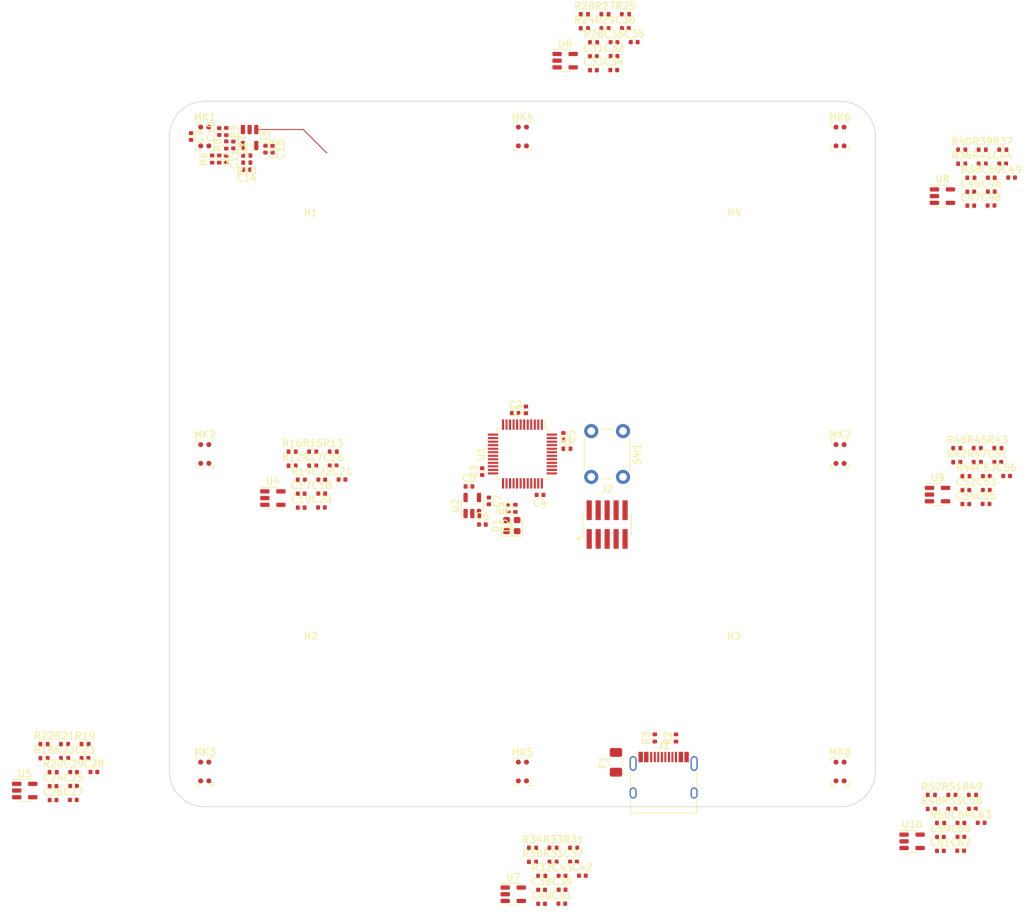
<source format=kicad_pcb>
(kicad_pcb (version 20210126) (generator pcbnew)
  (layers (0 "F.Cu" signal) (31 "B.Cu" signal) (34 "B.Paste" user) (35 "F.Paste" user) (36 "B.SilkS" user "B.Silkscreen") (37 "F.SilkS" user "F.Silkscreen") (38 "B.Mask" user) (39 "F.Mask" user) (44 "Edge.Cuts" user))
  (net 0 "")
  (net 1 "GND")
  (net 2 "/NRST")
  (net 3 "+3V3")
  (net 4 "VBUS")
  (net 5 "Net-(C7-Pad1)")
  (net 6 "Net-(C10-Pad2)")
  (net 7 "Net-(C10-Pad1)")
  (net 8 "Net-(C11-Pad1)")
  (net 9 "Net-(C12-Pad1)")
  (net 10 "Net-(C14-Pad1)")
  (net 11 "Net-(C17-Pad2)")
  (net 12 "Net-(C17-Pad1)")
  (net 13 "Net-(C18-Pad1)")
  (net 14 "Net-(C19-Pad1)")
  (net 15 "Net-(C21-Pad1)")
  (net 16 "Net-(C24-Pad2)")
  (net 17 "Net-(C24-Pad1)")
  (net 18 "Net-(C25-Pad1)")
  (net 19 "Net-(C26-Pad1)")
  (net 20 "Net-(C28-Pad1)")
  (net 21 "Net-(C31-Pad2)")
  (net 22 "Net-(C31-Pad1)")
  (net 23 "Net-(C32-Pad1)")
  (net 24 "Net-(C33-Pad1)")
  (net 25 "Net-(C35-Pad1)")
  (net 26 "Net-(C38-Pad2)")
  (net 27 "Net-(C38-Pad1)")
  (net 28 "Net-(C39-Pad1)")
  (net 29 "Net-(C40-Pad1)")
  (net 30 "Net-(C42-Pad1)")
  (net 31 "Net-(C45-Pad2)")
  (net 32 "Net-(C45-Pad1)")
  (net 33 "Net-(C46-Pad1)")
  (net 34 "Net-(C47-Pad1)")
  (net 35 "Net-(C49-Pad1)")
  (net 36 "Net-(C52-Pad2)")
  (net 37 "Net-(C52-Pad1)")
  (net 38 "Net-(C53-Pad1)")
  (net 39 "Net-(C54-Pad1)")
  (net 40 "Net-(C56-Pad1)")
  (net 41 "Net-(C59-Pad2)")
  (net 42 "Net-(C59-Pad1)")
  (net 43 "Net-(C60-Pad1)")
  (net 44 "Net-(C61-Pad1)")
  (net 45 "Net-(C63-Pad1)")
  (net 46 "Net-(D1-Pad2)")
  (net 47 "Net-(D2-Pad2)")
  (net 48 "Net-(F1-Pad1)")
  (net 49 "/USB_D-")
  (net 50 "/USB_D+")
  (net 51 "Net-(J1-PadB5)")
  (net 52 "Net-(J1-PadA5)")
  (net 53 "/SWCLK")
  (net 54 "/SWDIO")
  (net 55 "Net-(R1-Pad1)")
  (net 56 "/LED_RED")
  (net 57 "/LED_GREEN")
  (net 58 "Net-(R10-Pad2)")
  (net 59 "/MIC1")
  (net 60 "Net-(R16-Pad2)")
  (net 61 "/MIC2")
  (net 62 "Net-(R22-Pad2)")
  (net 63 "/MIC3")
  (net 64 "Net-(R28-Pad2)")
  (net 65 "/MIC4")
  (net 66 "Net-(R34-Pad2)")
  (net 67 "/MIC5")
  (net 68 "Net-(R40-Pad2)")
  (net 69 "/MIC6")
  (net 70 "Net-(R46-Pad2)")
  (net 71 "/MIC7")
  (net 72 "Net-(R52-Pad2)")
  (net 73 "/MIC8")
  (net 74 "/BTN_USER")
  (footprint "LED_SMD:LED_0603_1608Metric" (layer "F.Cu") (at 149.25 110.15 90)
    (fp_text reference "D2")
    (fp_text value "LED_Green")
  )
  (footprint "User:AllPower_AP3722AT_3.76x2.24mm" (layer "F.Cu") (at 195 145)
    (fp_text reference "MK8")
    (fp_text value "AP3722AT")
  )
  (footprint "Resistor_SMD:R_0402_1005Metric" (layer "F.Cu") (at 151.43 155.82)
    (fp_text reference "R34")
    (fp_text value "1k")
  )
  (footprint "Capacitor_SMD:C_0402_1005Metric" (layer "F.Cu") (at 213.73 150.3)
    (fp_text reference "C58")
    (fp_text value "100n")
  )
  (footprint "Resistor_SMD:R_0402_1005Metric" (layer "F.Cu") (at 209.23 152.3)
    (fp_text reference "R50")
    (fp_text value "1M")
  )
  (footprint "Resistor_SMD:R_0402_1005Metric" (layer "F.Cu") (at 156.3 99.25)
    (fp_text reference "R1")
    (fp_text value "10k")
  )
  (footprint "Resistor_SMD:R_0402_1005Metric" (layer "F.Cu") (at 85.14 141.12)
    (fp_text reference "R21")
    (fp_text value "1Meg")
  )
  (footprint "Resistor_SMD:R_0402_1005Metric" (layer "F.Cu") (at 212.23 56.87)
    (fp_text reference "R40")
    (fp_text value "1k")
  )
  (footprint "Package_TO_SOT_SMD:SOT-23-5" (layer "F.Cu") (at 114.65 106.25)
    (fp_text reference "U4")
    (fp_text value "LMP7715")
  )
  (footprint "MountingHole:MountingHole_3.2mm_M3" (layer "F.Cu") (at 120 70)
    (fp_text reference "H1")
    (fp_text value "MountingHole")
  )
  (footprint "Resistor_SMD:R_0402_1005Metric" (layer "F.Cu") (at 160.08 41.65)
    (fp_text reference "R26")
    (fp_text value "1M")
  )
  (footprint "Capacitor_SMD:C_0402_1005Metric" (layer "F.Cu") (at 145.25 106.65 -90)
    (fp_text reference "C7")
    (fp_text value "470p")
  )
  (footprint "User:Samtec_FTSH-105-01-L-DV-K" (layer "F.Cu") (at 162 110)
    (fp_text reference "J2")
    (fp_text value "Conn_ARM_JTAG_SWD_10")
  )
  (footprint "Resistor_SMD:R_0402_1005Metric" (layer "F.Cu") (at 210.84 148.32)
    (fp_text reference "R51")
    (fp_text value "1Meg")
  )
  (footprint "Capacitor_SMD:C_0402_1005Metric" (layer "F.Cu") (at 121.57 105.61)
    (fp_text reference "C18")
    (fp_text value "47n")
  )
  (footprint "Resistor_SMD:R_0402_1005Metric" (layer "F.Cu") (at 157.25 155.82)
    (fp_text reference "R31")
    (fp_text value "1M")
  )
  (footprint "Resistor_SMD:R_0402_1005Metric" (layer "F.Cu") (at 207.93 148.32)
    (fp_text reference "R52")
    (fp_text value "1k")
  )
  (footprint "Capacitor_SMD:C_0402_1005Metric" (layer "F.Cu") (at 158.49 159.77)
    (fp_text reference "C42")
    (fp_text value "2.2u")
  )
  (footprint "MountingHole:MountingHole_3.2mm_M3" (layer "F.Cu") (at 180 70)
    (fp_text reference "H4")
    (fp_text value "MountingHole")
  )
  (footprint "Capacitor_SMD:C_0402_1005Metric" (layer "F.Cu") (at 155.62 159.79)
    (fp_text reference "C43")
    (fp_text value "100n")
  )
  (footprint "Resistor_SMD:R_0402_1005Metric" (layer "F.Cu") (at 215.14 58.86)
    (fp_text reference "R41")
    (fp_text value "499k")
  )
  (footprint "Resistor_SMD:R_0402_1005Metric" (layer "F.Cu") (at 83.53 145.1)
    (fp_text reference "R20")
    (fp_text value "1M")
  )
  (footprint "User:AllPower_AP3722AT_3.76x2.24mm" (layer "F.Cu") (at 195 55)
    (fp_text reference "MK6")
    (fp_text value "AP3722AT")
  )
  (footprint "Capacitor_SMD:C_0402_1005Metric" (layer "F.Cu") (at 218.03 58.85)
    (fp_text reference "C44")
    (fp_text value "100n")
  )
  (footprint "Capacitor_SMD:C_0402_1005Metric" (layer "F.Cu") (at 86.42 145.09)
    (fp_text reference "C29")
    (fp_text value "100n")
  )
  (footprint "Package_TO_SOT_SMD:SOT-23-5" (layer "F.Cu") (at 148.7 162.4)
    (fp_text reference "U7")
    (fp_text value "LMP7715")
  )
  (footprint "Capacitor_SMD:C_0402_1005Metric" (layer "F.Cu") (at 110.95 59.7 180)
    (fp_text reference "C14")
    (fp_text value "2.2u")
  )
  (footprint "Package_TO_SOT_SMD:SOT-23-5" (layer "F.Cu") (at 111.35 55.15 -90)
    (fp_text reference "U3")
    (fp_text value "LMP7715")
  )
  (footprint "Capacitor_SMD:C_0402_1005Metric" (layer "F.Cu") (at 150.5 93.75 90)
    (fp_text reference "C1")
    (fp_text value "100n")
  )
  (footprint "Resistor_SMD:R_0402_1005Metric" (layer "F.Cu") (at 212.23 58.86)
    (fp_text reference "R36")
    (fp_text value "1M")
  )
  (footprint "Resistor_SMD:R_0402_1005Metric" (layer "F.Cu") (at 158.78 39.66)
    (fp_text reference "R24")
    (fp_text value "1M")
  )
  (footprint "LED_SMD:LED_0603_1608Metric" (layer "F.Cu") (at 147.75 110.15 90)
    (fp_text reference "D1")
    (fp_text value "LED_Red")
  )
  (footprint "User:AllPower_AP3722AT_3.76x2.24mm" (layer "F.Cu") (at 150 145)
    (fp_text reference "MK5")
    (fp_text value "AP3722AT")
  )
  (footprint "Capacitor_SMD:C_0402_1005Metric" (layer "F.Cu") (at 212.81 105.13)
    (fp_text reference "C52")
    (fp_text value "1u")
  )
  (footprint "Capacitor_SMD:C_0402_1005Metric" (layer "F.Cu") (at 213.51 62.83)
    (fp_text reference "C45")
    (fp_text value "1u")
  )
  (footprint "User:AllPower_AP3722AT_3.76x2.24mm" (layer "F.Cu") (at 105 100)
    (fp_text reference "MK2")
    (fp_text value "AP3722AT")
  )
  (footprint "Capacitor_SMD:C_0402_1005Metric" (layer "F.Cu") (at 107.05 54.3 90)
    (fp_text reference "C10")
    (fp_text value "1u")
  )
  (footprint "Capacitor_SMD:C_0402_1005Metric" (layer "F.Cu") (at 109.05 56.2 -90)
    (fp_text reference "C12")
    (fp_text value "47n")
  )
  (footprint "Resistor_SMD:R_0402_1005Metric" (layer "F.Cu") (at 123.2 99.67)
    (fp_text reference "R13")
    (fp_text value "1M")
  )
  (footprint "Capacitor_SMD:C_0402_1005Metric" (layer "F.Cu") (at 160.06 45.6)
    (fp_text reference "C33")
    (fp_text value "47n")
  )
  (footprint "Resistor_SMD:R_0402_1005Metric" (layer "F.Cu") (at 214.44 101.16)
    (fp_text reference "R47")
    (fp_text value "499k")
  )
  (footprint "Capacitor_SMD:C_0402_1005Metric" (layer "F.Cu") (at 86.38 149.03)
    (fp_text reference "C27")
    (fp_text value "10n")
  )
  (footprint "Resistor_SMD:R_0402_1005Metric" (layer "F.Cu") (at 88.05 141.12)
    (fp_text reference "R19")
    (fp_text value "1M")
  )
  (footprint "Capacitor_SMD:C_0402_1005Metric" (layer "F.Cu") (at 215.68 107.08)
    (fp_text reference "C55")
    (fp_text value "10n")
  )
  (footprint "Resistor_SMD:R_0402_1005Metric" (layer "F.Cu") (at 158.78 37.67)
    (fp_text reference "R28")
    (fp_text value "1k")
  )
  (footprint "Capacitor_SMD:C_0402_1005Metric" (layer "F.Cu") (at 212.12 154.26)
    (fp_text reference "C60")
    (fp_text value "47n")
  )
  (footprint "Capacitor_SMD:C_0402_1005Metric" (layer "F.Cu") (at 217.33 101.15)
    (fp_text reference "C51")
    (fp_text value "100n")
  )
  (footprint "Capacitor_SMD:C_0402_1005Metric" (layer "F.Cu") (at 162.97 43.61)
    (fp_text reference "C32")
    (fp_text value "47n")
  )
  (footprint "Capacitor_SMD:C_0402_1005Metric" (layer "F.Cu") (at 118.66 107.6)
    (fp_text reference "C19")
    (fp_text value "47n")
  )
  (footprint "Capacitor_SMD:C_0402_1005Metric" (layer "F.Cu") (at 216.38 64.78)
    (fp_text reference "C48")
    (fp_text value "10n")
  )
  (footprint "Capacitor_SMD:C_0402_1005Metric" (layer "F.Cu") (at 218.59 103.12)
    (fp_text reference "C56")
    (fp_text value "2.2u")
  )
  (footprint "Capacitor_SMD:C_0402_1005Metric" (layer "F.Cu") (at 212.81 107.1)
    (fp_text reference "C54")
    (fp_text value "47n")
  )
  (footprint "Resistor_SMD:R_0402_1005Metric" (layer "F.Cu") (at 210.84 150.31)
    (fp_text reference "R53")
    (fp_text value "499k")
  )
  (footprint "Capacitor_SMD:C_0402_1005Metric" (layer "F.Cu") (at 216.42 62.81)
    (fp_text reference "C46")
    (fp_text value "47n")
  )
  (footprint "Package_TO_SOT_SMD:SOT-23-5" (layer "F.Cu") (at 142.9 107.3 90)
    (fp_text reference "U2")
    (fp_text value "MIC5205-3.3YM5")
  )
  (footprint "Package_TO_SOT_SMD:SOT-23-5" (layer "F.Cu") (at 79.5 147.7)
    (fp_text reference "U5")
    (fp_text value "LMP7715")
  )
  (footprint "User:AllPower_AP3722AT_3.76x2.24mm" (layer "F.Cu") (at 105 55)
    (fp_text reference "MK1")
    (fp_text value "AP3722AT")
  )
  (footprint "Resistor_SMD:R_0402_1005Metric" (layer "F.Cu") (at 117.38 99.67)
    (fp_text reference "R16")
    (fp_text value "1k")
  )
  (footprint "Capacitor_SMD:C_0402_1005Metric" (layer "F.Cu") (at 144.3 102.5 90)
    (fp_text reference "C3")
    (fp_text value "100n")
  )
  (footprint "Resistor_SMD:R_0402_1005Metric" (layer "F.Cu") (at 213.53 60.85)
    (fp_text reference "R38")
    (fp_text value "1M")
  )
  (footprint "Capacitor_SMD:C_0402_1005Metric" (layer "F.Cu") (at 215.72 103.14)
    (fp_text reference "C57")
    (fp_text value "100n")
  )
  (footprint "Capacitor_SMD:C_0402_1005Metric" (layer "F.Cu") (at 164.58 39.65)
    (fp_text reference "C30")
    (fp_text value "100n")
  )
  (footprint "Resistor_SMD:R_0402_1005Metric" (layer "F.Cu") (at 108.05 54.3 -90)
    (fp_text reference "R9")
    (fp_text value "1Meg")
  )
  (footprint "Resistor_SMD:R_0402_1005Metric" (layer "F.Cu") (at 106.05 58.2 90)
    (fp_text reference "R6")
    (fp_text value "1M")
  )
  (footprint "Resistor_SMD:R_0402_1005Metric" (layer "F.Cu") (at 207.93 150.31)
    (fp_text reference "R48")
    (fp_text value "1M")
  )
  (footprint "Package_TO_SOT_SMD:SOT-23-5" (layer "F.Cu") (at 208.8 105.75)
    (fp_text reference "U9")
    (fp_text value "LMP7715")
  )
  (footprint "Resistor_SMD:R_0402_1005Metric" (layer "F.Cu") (at 164.6 37.67)
    (fp_text reference "R25")
    (fp_text value "1M")
  )
  (footprint "Capacitor_SMD:C_0402_1005Metric" (layer "F.Cu") (at 83.51 147.08)
    (fp_text reference "C24")
    (fp_text value "1u")
  )
  (footprint "Resistor_SMD:R_0402_1005Metric" (layer "F.Cu") (at 82.23 141.12)
    (fp_text reference "R22")
    (fp_text value "1k")
  )
  (footprint "Capacitor_SMD:C_0402_1005Metric" (layer "F.Cu") (at 212.12 152.29)
    (fp_text reference "C64")
    (fp_text value "100n")
  )
  (footprint "Button_Switch_THT:SW_PUSH_6mm" (layer "F.Cu") (at 164.25 96.75 -90)
    (fp_text reference "SW1")
    (fp_text value "SW_User")
  )
  (footprint "Resistor_SMD:R_0402_1005Metric" (layer "F.Cu") (at 161.69 37.67)
    (fp_text reference "R27")
    (fp_text value "1Meg")
  )
  (footprint "User:AllPower_AP3722AT_3.76x2.24mm" (layer "F.Cu") (at 105 145)
    (fp_text reference "MK3")
    (fp_text value "AP3722AT")
  )
  (footprint "Resistor_SMD:R_0402_1005Metric" (layer "F.Cu") (at 82.23 143.11)
    (fp_text reference "R18")
    (fp_text value "1M")
  )
  (footprint "Resistor_SMD:R_0402_1005Metric" (layer "F.Cu") (at 215.14 56.87)
    (fp_text reference "R39")
    (fp_text value "1Meg")
  )
  (footprint "Capacitor_SMD:C_0402_1005Metric" (layer "F.Cu") (at 118.66 105.63)
    (fp_text reference "C17")
    (fp_text value "1u")
  )
  (footprint "MountingHole:MountingHole_3.2mm_M3" (layer "F.Cu") (at 180 130)
    (fp_text reference "H3")
    (fp_text value "MountingHole")
  )
  (footprint "Resistor_SMD:R_0402_1005Metric" (layer "F.Cu") (at 118.68 103.65)
    (fp_text reference "R14")
    (fp_text value "1M")
  )
  (footprint "Resistor_SMD:R_0402_1005Metric" (layer "F.Cu") (at 212.83 103.15)
    (fp_text reference "R44")
    (fp_text value "1M")
  )
  (footprint "Capacitor_SMD:C_0402_1005Metric" (layer "F.Cu") (at 108.05 58.2 -90)
    (fp_text reference "C11")
    (fp_text value "47n")
  )
  (footprint "Capacitor_SMD:C_0402_1005Metric" (layer "F.Cu") (at 152.71 161.78)
    (fp_text reference "C38")
    (fp_text value "1u")
  )
  (footprint "Capacitor_SMD:C_0402_1005Metric" (layer "F.Cu") (at 215.72 105.11)
    (fp_text reference "C53")
    (fp_text value "47n")
  )
  (footprint "Resistor_SMD:R_0402_1005Metric" (layer "F.Cu") (at 149 107.7 90)
    (fp_text reference "R5")
    (fp_text value "470")
  )
  (footprint "Fuse:Fuse_1206_3216Metric" (layer "F.Cu") (at 163.25 143.7 90)
    (fp_text reference "F1")
    (fp_text value "Polyfuse_Small")
  )
  (footprint "Capacitor_SMD:C_0402_1005Metric" (layer "F.Cu") (at 212.08 156.23)
    (fp_text reference "C62")
    (fp_text value "10n")
  )
  (footprint "Resistor_SMD:R_0402_1005Metric" (layer "F.Cu") (at 152.73 159.8)
    (fp_text reference "R32")
    (fp_text value "1M")
  )
  (footprint "Resistor_SMD:R_0402_1005Metric" (layer "F.Cu") (at 117.38 101.66)
    (fp_text reference "R12")
    (fp_text value "1M")
  )
  (footprint "Capacitor_SMD:C_0402_1005Metric" (layer "F.Cu") (at 155.58 163.73)
    (fp_text reference "C41")
    (fp_text value "10n")
  )
  (footprint "Resistor_SMD:R_0402_1005Metric" (layer "F.Cu") (at 120.29 101.66)
    (fp_text reference "R17")
    (fp_text value "499k")
  )
  (footprint "User:AllPower_AP3722AT_3.76x2.24mm" (layer "F.Cu") (at 150 55)
    (fp_text reference "MK4")
    (fp_text value "AP3722AT")
  )
  (footprint "Resistor_SMD:R_0402_1005Metric" (layer "F.Cu") (at 154.34 155.82)
    (fp_text reference "R33")
    (fp_text value "1Meg")
  )
  (footprint "Capacitor_SMD:C_0402_1005Metric" (layer "F.Cu") (at 214.99 152.27)
    (fp_text reference "C63")
    (fp_text value "2.2u")
  )
  (footprint "Capacitor_SMD:C_0402_1005Metric" (layer "F.Cu") (at 83.51 149.05)
    (fp_text reference "C26")
    (fp_text value "47n")
  )
  (footprint "Resistor_SMD:R_0402_1005Metric" (layer "F.Cu") (at 107.05 58.2 -90)
    (fp_text reference "R7")
    (fp_text value "1M")
  )
  (footprint "Capacitor_SMD:C_0402_1005Metric" (layer "F.Cu") (at 124.44 103.62)
    (fp_text reference "C21")
    (fp_text value "2.2u")
  )
  (footprint "Capacitor_SMD:C_0402_1005Metric" (layer "F.Cu") (at 103.05 55 -90)
    (fp_text reference "C9")
    (fp_text value "100n")
  )
  (footprint "MountingHole:MountingHole_3.2mm_M3" (layer "F.Cu") (at 120 130)
    (fp_text reference "H2")
    (fp_text value "MountingHole")
  )
  (footprint "Capacitor_SMD:C_0402_1005Metric" (layer "F.Cu") (at 155.8 97.5 -90)
    (fp_text reference "C5")
    (fp_text value "100n")
  )
  (footprint "Resistor_SMD:R_0402_1005Metric" (layer "F.Cu") (at 154.34 157.81)
    (fp_text reference "R35")
    (fp_text value "499k")
  )
  (footprint "Resistor_SMD:R_0402_1005Metric" (layer "F.Cu") (at 120.29 99.67)
    (fp_text reference "R15")
    (fp_text value "1Meg")
  )
  (footprint "Capacitor_SMD:C_0402_1005Metric" (layer "F.Cu") (at 89.29 145.07)
    (fp_text reference "C28")
    (fp_text value "2.2u")
  )
  (footprint "Capacitor_SMD:C_0402_1005Metric" (layer "F.Cu") (at 162.97 41.64)
    (fp_text reference "C36")
    (fp_text value "100n")
  )
  (footprint "Resistor_SMD:R_0402_1005Metric" (layer "F.Cu") (at 217.35 99.17)
    (fp_text reference "R43")
    (fp_text value "1M")
  )
  (footprint "Capacitor_SMD:C_0402_1005Metric" (layer "F.Cu") (at 123.18 101.65)
    (fp_text reference "C16")
    (fp_text value "100n")
  )
  (footprint "Capacitor_SMD:C_0402_1005Metric" (layer "F.Cu") (at 209.21 156.25)
    (fp_text reference "C61")
    (fp_text value "47n")
  )
  (footprint "Resistor_SMD:R_0402_1005Metric" (layer "F.Cu") (at 213.75 148.32)
    (fp_text reference "R49")
    (fp_text value "1M")
  )
  (footprint "Capacitor_SMD:C_0402_1005Metric" (layer "F.Cu") (at 113.6 56.8 -90)
    (fp_text reference "C13")
    (fp_text value "10n")
  )
  (footprint "Capacitor_SMD:C_0402_1005Metric" (layer "F.Cu") (at 209.21 154.28)
    (fp_text reference "C59")
    (fp_text value "1u")
  )
  (footprint "Package_TO_SOT_SMD:SOT-23-5" (layer "F.Cu") (at 209.5 63.45)
    (fp_text reference "U8")
    (fp_text value "LMP7715")
  )
  (footprint "Resistor_SMD:R_0402_1005Metric" (layer "F.Cu") (at 85.14 143.11)
    (fp_text reference "R23")
    (fp_text value "499k")
  )
  (footprint "User:USB_C_Receptacle_HRO_TYPE-C-31-M-12" (layer "F.Cu") (at 170 147)
    (fp_text reference "J1")
    (fp_text value "USB_C_Receptacle_USB2.0")
  )
  (footprint "Package_TO_SOT_SMD:SOT-23-5" (layer "F.Cu") (at 156.05 44.25)
    (fp_text reference "U6")
    (fp_text value "LMP7715")
  )
  (footprint "Capacitor_SMD:C_0402_1005Metric" (layer "F.Cu") (at 213.51 64.8)
    (fp_text reference "C47")
    (fp_text value "47n")
  )
  (footprint "Capacitor_SMD:C_0402_1005Metric" (layer "F.Cu") (at 86.42 147.06)
    (fp_text reference "C25")
    (fp_text value "47n")
  )
  (footprint "Capacitor_SMD:C_0402_1005Metric" (layer "F.Cu") (at 152.5 105.8 180)
    (fp_text reference "C4")
    (fp_text value "100n")
  )
  (footprint "Resistor_SMD:R_0402_1005Metric" (layer "F.Cu") (at 211.53 99.17)
    (fp_text reference "R46")
    (fp_text value "1k")
  )
  (footprint "Capacitor_SMD:C_0402_1005Metric" (layer "F.Cu") (at 149 94.2)
    (fp_text reference "C2")
    (fp_text value "100n")
  )
  (footprint "Capacitor_SMD:C_0402_1005Metric" (layer "F.Cu") (at 144.33 110)
    (fp_text reference "C6")
    (fp_text value "2.2u")
  )
  (footprint "Package_QFP:LQFP-48_7x7mm_P0.5mm" (layer "F.Cu") (at 150 100 -90)
    (fp_text reference "U1")
    (fp_text value "STM32F072C8Tx")
  )
  (footprint "Capacitor_SMD:C_0402_1005Metric" (layer "F.Cu") (at 121.53 107.58)
    (fp_text reference "C20")
    (fp_text value "10n")
  )
  (footprint "Capacitor_SMD:C_0402_1005Metric" (layer "F.Cu") (at 142.43 104.6)
    (fp_text reference "C8")
    (fp_text value "2.2u")
  )
  (footprint "Resistor_SMD:R_0402_1005Metric" (layer "F.Cu") (at 161.69 39.66)
    (fp_text reference "R29")
    (fp_text value "499k")
  )
  (footprint "Resistor_SMD:R_0402_1005Metric" (layer "F.Cu") (at 211.53 101.16)
    (fp_text reference "R42")
    (fp_text value "1M")
  )
  (footprint "Capacitor_SMD:C_0402_1005Metric" (layer "F.Cu") (at 121.57 103.64)
    (fp_text reference "C22")
    (fp_text value "100n")
  )
  (footprint "Capacitor_SMD:C_0402_1005Metric" (layer "F.Cu") (at 165.84 41.62)
    (fp_text reference "C35")
    (fp_text value "2.2u")
  )
  (footprint "Resistor_SMD:R_0402_1005Metric" (layer "F.Cu") (at 108.05 56.2 90)
    (fp_text reference "R8")
    (fp_text value "1M")
  )
  (footprint "Capacitor_SMD:C_0402_1005Metric" (layer "F.Cu") (at 219.29 60.82)
    (fp_text reference "C49")
    (fp_text value "2.2u")
  )
  (footprint "Resistor_SMD:R_0402_1005Metric" (layer "F.Cu") (at 148 107.7 90)
    (fp_text reference "R4")
    (fp_text value "470")
  )
  (footprint "Resistor_SMD:R_0402_1005Metric" (layer "F.Cu") (at 214.44 99.17)
    (fp_text reference "R45")
    (fp_text value "1Meg")
  )
  (footprint "Capacitor_SMD:C_0402_1005Metric" (layer "F.Cu") (at 162.93 45.58)
    (fp_text reference "C34")
    (fp_text value "10n")
  )
  (footprint "Capacitor_SMD:C_0402_1005Metric" (layer "F.Cu") (at 157.23 157.8)
    (fp_text reference "C37")
    (fp_text value "100n")
  )
  (footprint "Capacitor_SMD:C_0402_1005Metric" (layer "F.Cu") (at 114.6 56.8 -90)
    (fp_text reference "C15")
    (fp_text value "100n")
  )
  (footprint "Resistor_SMD:R_0402_1005Metric" (layer "F.Cu") (at 168.75 140.25 90)
    (fp_text reference "R3")
    (fp_text value "5.1k")
  )
  (footprint "Resistor_SMD:R_0402_1005Metric" (layer "F.Cu") (at 171.75 140.25 90)
    (fp_text reference "R2")
    (fp_text value "5.1k")
  )
  (footprint "Resistor_SMD:R_0402_1005Metric" (layer "F.Cu") (at 110.95 57.7)
    (fp_text reference "R11")
    (fp_text value "499k")
  )
  (footprint "Capacitor_SMD:C_0402_1005Metric" (layer "F.Cu") (at 155.62 161.76)
    (fp_text reference "C39")
    (fp_text value "47n")
  )
  (footprint "Package_TO_SOT_SMD:SOT-23-5" (layer "F.Cu") (at 205.2 154.9)
    (fp_text reference "U10")
    (fp_text value "LMP7715")
  )
  (footprint "Capacitor_SMD:C_0402_1005Metric" (layer "F.Cu") (at 160.06 43.63)
    (fp_text reference "C31")
    (fp_text value "1u")
  )
  (footprint "Capacitor_SMD:C_0402_1005Metric" (layer "F.Cu") (at 88.03 143.1)
    (fp_text reference "C23")
    (fp_text value "100n")
  )
  (footprint "Capacitor_SMD:C_0402_1005Metric" (layer "F.Cu") (at 152.71 163.75)
    (fp_text reference "C40")
    (fp_text value "47n")
  )
  (footprint "Capacitor_SMD:C_0402_1005Metric" (layer "F.Cu") (at 216.42 60.84)
    (fp_text reference "C50")
    (fp_text value "100n")
  )
  (footprint "User:AllPower_AP3722AT_3.76x2.24mm" (layer "F.Cu") (at 195 100)
    (fp_text reference "MK7")
    (fp_text value "AP3722AT")
  )
  (footprint "Resistor_SMD:R_0402_1005Metric" (layer "F.Cu") (at 110.95 58.7 180)
    (fp_text reference "R10")
    (fp_text value "1k")
  )
  (footprint "Resistor_SMD:R_0402_1005Metric" (layer "F.Cu") (at 218.05 56.87)
    (fp_text reference "R37")
    (fp_text value "1M")
  )
  (footprint "Resistor_SMD:R_0402_1005Metric" (layer "F.Cu") (at 151.43 157.81)
    (fp_text reference "R30")
    (fp_text value "1M")
  )
  (gr_line (start 200 145) (end 200 55) (layer "Edge.Cuts") (width 0.1))
  (gr_arc (start 104.999997 55) (end 105 50) (angle -90) (layer "Edge.Cuts") (width 0.1))
  (gr_line (start 195 50) (end 105 50) (layer "Edge.Cuts") (width 0.1))
  (gr_line (start 100 55) (end 100 145) (layer "Edge.Cuts") (width 0.1))
  (gr_line (start 105 150) (end 195 150) (layer "Edge.Cuts") (width 0.1))
  (gr_arc (start 195.000003 145) (end 200 145) (angle 90) (layer "Edge.Cuts") (width 0.1))
  (gr_arc (start 195 54.999997) (end 195 50) (angle 90) (layer "Edge.Cuts") (width 0.1))
  (gr_arc (start 105 145.000003) (end 105 150) (angle 90) (layer "Edge.Cuts") (width 0.1))
  (segment (start 118.9625 54.0125) (end 122.3 57.35) (width 0.127) (layer "F.Cu") (net 59))
  (segment (start 112.3 54.0125) (end 118.9625 54.0125) (width 0.127) (layer "F.Cu") (net 59))
)
</source>
